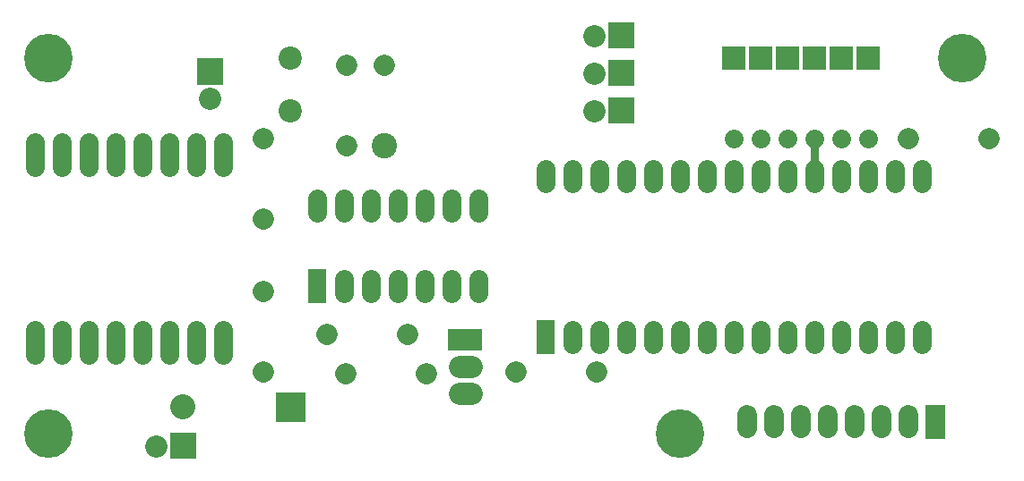
<source format=gbr>
%FSLAX34Y34*%
%MOMM*%
%LNSOLDERMASK_BOTTOM*%
G71*
G01*
%ADD10R, 1.800X3.200*%
%ADD11C, 1.800*%
%ADD12C, 2.200*%
%ADD13R, 3.200X2.105*%
%ADD14C, 2.105*%
%ADD15C, 2.400*%
%ADD16C, 2.100*%
%ADD17C, 2.000*%
%ADD18C, 2.400*%
%ADD19R, 1.900X3.200*%
%ADD20C, 1.900*%
%ADD21C, 4.600*%
%ADD22C, 0.800*%
%LPD*%
X519900Y-314160D02*
G54D10*
D03*
G54D11*
X850100Y-168760D02*
X850100Y-154760D01*
G54D11*
X545300Y-321160D02*
X545300Y-307160D01*
G54D11*
X824700Y-168760D02*
X824700Y-154760D01*
G54D11*
X570700Y-321160D02*
X570700Y-307160D01*
G54D11*
X799300Y-168760D02*
X799300Y-154760D01*
G54D11*
X596100Y-321160D02*
X596100Y-307160D01*
G54D11*
X773900Y-168760D02*
X773900Y-154760D01*
G54D11*
X621500Y-321160D02*
X621500Y-307160D01*
G54D11*
X748500Y-168760D02*
X748500Y-154760D01*
G54D11*
X646900Y-321160D02*
X646900Y-307160D01*
G54D11*
X723100Y-168760D02*
X723100Y-154760D01*
G54D11*
X672300Y-321160D02*
X672300Y-307160D01*
G54D11*
X697700Y-168760D02*
X697700Y-154760D01*
G54D11*
X697700Y-321160D02*
X697700Y-307160D01*
G54D11*
X672300Y-168760D02*
X672300Y-154760D01*
G54D11*
X723100Y-321160D02*
X723100Y-307160D01*
G54D11*
X646900Y-168760D02*
X646900Y-154760D01*
G54D11*
X748500Y-321160D02*
X748500Y-307160D01*
G54D11*
X621500Y-168760D02*
X621500Y-154760D01*
G54D11*
X773900Y-321160D02*
X773900Y-307160D01*
G54D11*
X596100Y-168760D02*
X596100Y-154760D01*
G54D11*
X799300Y-321160D02*
X799300Y-307160D01*
G54D11*
X570700Y-168760D02*
X570700Y-154760D01*
G54D11*
X824700Y-321160D02*
X824700Y-307160D01*
G54D11*
X545300Y-168760D02*
X545300Y-154760D01*
G54D11*
X850100Y-321160D02*
X850100Y-307160D01*
G54D11*
X519900Y-168760D02*
X519900Y-154760D01*
G54D11*
X875500Y-321160D02*
X875500Y-307160D01*
G54D11*
X875500Y-168760D02*
X875500Y-154760D01*
X278600Y-100000D02*
G54D12*
D03*
X278600Y-50000D02*
G54D12*
D03*
G36*
X712100Y-39000D02*
X734100Y-39000D01*
X734100Y-61000D01*
X712100Y-61000D01*
X712100Y-39000D01*
G37*
G54D11*
X723100Y-126200D02*
X723100Y-126200D01*
X443700Y-316700D02*
G54D13*
D03*
G54D14*
X438225Y-342100D02*
X449175Y-342100D01*
G54D14*
X438225Y-367500D02*
X449175Y-367500D01*
X304000Y-265900D02*
G54D10*
D03*
G54D11*
X456400Y-196700D02*
X456400Y-182700D01*
G54D11*
X329400Y-272900D02*
X329400Y-258900D01*
G54D11*
X431000Y-196700D02*
X431000Y-182700D01*
G54D11*
X354800Y-272900D02*
X354800Y-258900D01*
G54D11*
X405600Y-196700D02*
X405600Y-182700D01*
G54D11*
X380200Y-272900D02*
X380200Y-258900D01*
G54D11*
X380200Y-196700D02*
X380200Y-182700D01*
G54D11*
X405600Y-272900D02*
X405600Y-258900D01*
G54D11*
X354800Y-196700D02*
X354800Y-182700D01*
G54D11*
X431000Y-272900D02*
X431000Y-258900D01*
G54D11*
X329400Y-196700D02*
X329400Y-182700D01*
G54D11*
X456400Y-272900D02*
X456400Y-258900D01*
G54D11*
X304000Y-196700D02*
X304000Y-182700D01*
G36*
X686700Y-39000D02*
X708700Y-39000D01*
X708700Y-61000D01*
X686700Y-61000D01*
X686700Y-39000D01*
G37*
G54D11*
X697700Y-126200D02*
X697700Y-126200D01*
G54D11*
X748500Y-126200D02*
X748500Y-126200D01*
G36*
X737500Y-39000D02*
X759500Y-39000D01*
X759500Y-61000D01*
X737500Y-61000D01*
X737500Y-39000D01*
G37*
G36*
X264600Y-366200D02*
X292600Y-366200D01*
X292600Y-394200D01*
X264600Y-394200D01*
X264600Y-366200D01*
G37*
G54D15*
X177000Y-380200D02*
X177000Y-380200D01*
G36*
X788300Y-39000D02*
X810300Y-39000D01*
X810300Y-61000D01*
X788300Y-61000D01*
X788300Y-39000D01*
G37*
G54D11*
X799300Y-126200D02*
X799300Y-126200D01*
G54D16*
X202400Y-88100D02*
X202400Y-88100D01*
G36*
X189900Y-50200D02*
X214900Y-50200D01*
X214900Y-75200D01*
X189900Y-75200D01*
X189900Y-50200D01*
G37*
G54D17*
X406870Y-348450D02*
X406870Y-348450D01*
G54D17*
X330670Y-348450D02*
X330670Y-348450D01*
G54D17*
X568160Y-347180D02*
X568160Y-347180D01*
G54D17*
X491960Y-347180D02*
X491960Y-347180D01*
G54D17*
X331940Y-56350D02*
X331940Y-56350D01*
G54D17*
X331940Y-132550D02*
X331940Y-132550D01*
G54D17*
X367500Y-56350D02*
X367500Y-56350D01*
X367500Y-132550D02*
G54D18*
D03*
G54D17*
X253200Y-270980D02*
X253200Y-270980D01*
G54D17*
X253200Y-347180D02*
X253200Y-347180D01*
G54D17*
X862800Y-126200D02*
X862800Y-126200D01*
G54D17*
X939000Y-126200D02*
X939000Y-126200D01*
G36*
X813700Y-39000D02*
X835700Y-39000D01*
X835700Y-61000D01*
X813700Y-61000D01*
X813700Y-39000D01*
G37*
G54D11*
X824700Y-126200D02*
X824700Y-126200D01*
G54D11*
X773900Y-126200D02*
X773900Y-126200D01*
G36*
X762900Y-39000D02*
X784900Y-39000D01*
X784900Y-61000D01*
X762900Y-61000D01*
X762900Y-39000D01*
G37*
X888200Y-394170D02*
G54D19*
D03*
G54D20*
X862800Y-400670D02*
X862800Y-387670D01*
G54D20*
X837400Y-400670D02*
X837400Y-387670D01*
G54D20*
X812000Y-400670D02*
X812000Y-387670D01*
G54D20*
X786600Y-400670D02*
X786600Y-387670D01*
G54D20*
X761200Y-400670D02*
X761200Y-387670D01*
G54D20*
X735800Y-400670D02*
X735800Y-387670D01*
G54D20*
X710400Y-400670D02*
X710400Y-387670D01*
G54D11*
X215100Y-331240D02*
X215100Y-307240D01*
G54D11*
X215100Y-153440D02*
X215100Y-129440D01*
G54D11*
X189700Y-331240D02*
X189700Y-307240D01*
G54D11*
X189700Y-153440D02*
X189700Y-129440D01*
G54D11*
X164300Y-331240D02*
X164300Y-307240D01*
G54D11*
X164300Y-153440D02*
X164300Y-129440D01*
G54D11*
X138900Y-331240D02*
X138900Y-307240D01*
G54D11*
X138900Y-153440D02*
X138900Y-129440D01*
G54D11*
X113500Y-331240D02*
X113500Y-307240D01*
G54D11*
X113500Y-153440D02*
X113500Y-129440D01*
G54D11*
X88100Y-331240D02*
X88100Y-307240D01*
G54D11*
X88100Y-153440D02*
X88100Y-129440D01*
G54D11*
X62700Y-331240D02*
X62700Y-307240D01*
G54D11*
X62700Y-153440D02*
X62700Y-129440D01*
G54D11*
X37300Y-331240D02*
X37300Y-307240D01*
G54D11*
X37300Y-153440D02*
X37300Y-129440D01*
G54D17*
X312890Y-311620D02*
X312890Y-311620D01*
G54D17*
X389090Y-311620D02*
X389090Y-311620D01*
G54D17*
X253200Y-126200D02*
X253200Y-126200D01*
G54D17*
X253200Y-202400D02*
X253200Y-202400D01*
G36*
X164500Y-404530D02*
X189500Y-404530D01*
X189500Y-429530D01*
X164500Y-429530D01*
X164500Y-404530D01*
G37*
G54D16*
X151600Y-417030D02*
X151600Y-417030D01*
G36*
X578520Y-87030D02*
X603520Y-87030D01*
X603520Y-112030D01*
X578520Y-112030D01*
X578520Y-87030D01*
G37*
G54D16*
X565620Y-99530D02*
X565620Y-99530D01*
G54D16*
X565620Y-63970D02*
X565620Y-63970D01*
G36*
X578520Y-51470D02*
X603520Y-51470D01*
X603520Y-76470D01*
X578520Y-76470D01*
X578520Y-51470D01*
G37*
G54D16*
X565620Y-28410D02*
X565620Y-28410D01*
G36*
X578520Y-15910D02*
X603520Y-15910D01*
X603520Y-40910D01*
X578520Y-40910D01*
X578520Y-15910D01*
G37*
X913600Y-50000D02*
G54D21*
D03*
X646900Y-405600D02*
G54D21*
D03*
X50000Y-50000D02*
G54D21*
D03*
X50000Y-405600D02*
G54D21*
D03*
G54D22*
X773900Y-126200D02*
X773900Y-163030D01*
M02*

</source>
